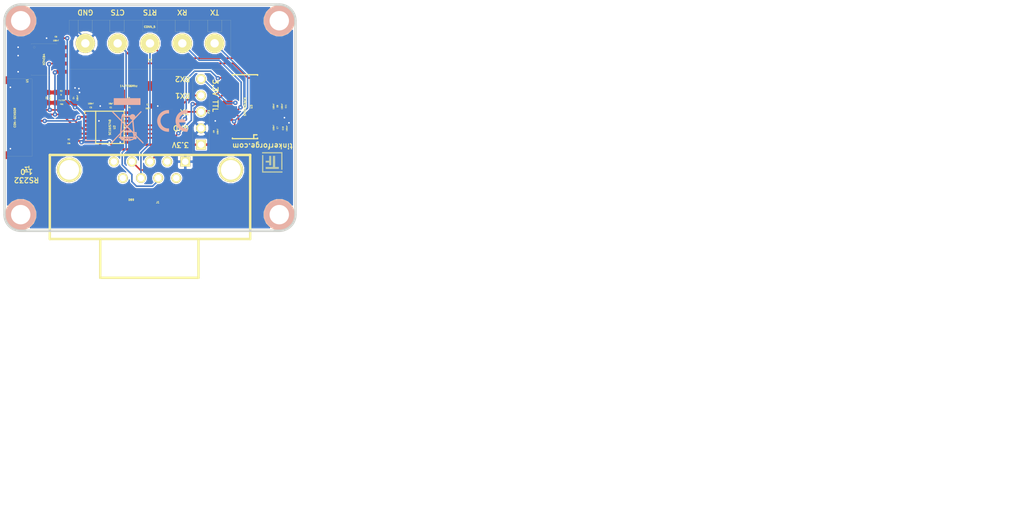
<source format=kicad_pcb>
(kicad_pcb (version 4) (host pcbnew "(2015-03-18 BZR 5525)-product")
  (title_block (title "Serial Bricklet") (date "5 mar 2015") (rev 1.0) (company "Tinkerforge GmbH") (comment 1 "Licensed under CERN OHL v.1.1") (comment 2 "Copyright (©) 2015, B.Nordmeyer <bastian@tinkerforge.com>"))
  (layers (0 Vorderseite signal) (31 Rückseite signal hide) (34 B.Paste user) (35 F.Paste user) (36 B.SilkS user) (37 F.SilkS user) (38 B.Mask user) (39 F.Mask user) (44 Edge.Cuts user))
  (net 0 "")
  (net 1 GND)
  (net 2 SCL)
  (net 3 SDA)
  (net 4 VCC)
  (net 5 "Net-(C1-Pad2)")
  (net 6 "Net-(C2-Pad2)")
  (net 7 "Net-(C3-Pad1)")
  (net 8 "Net-(C3-Pad2)")
  (net 9 "Net-(C7-Pad1)")
  (net 10 "Net-(C7-Pad2)")
  (net 11 "Net-(C8-Pad1)")
  (net 12 "Net-(C8-Pad2)")
  (net 13 "Net-(C10-Pad2)")
  (net 14 "Net-(C11-Pad2)")
  (net 15 "Net-(J1-Pad2)")
  (net 16 "Net-(J1-Pad3)")
  (net 17 "Net-(J1-Pad4)")
  (net 18 "Net-(J1-Pad5)")
  (net 19 "Net-(J1-Pad6)")
  (net 20 "Net-(J1-Pad7)")
  (net 21 "Net-(J1-Pad8)")
  (net 22 "Net-(J1-Pad9)")
  (net 23 "Net-(P1-Pad1)")
  (net 24 "Net-(P1-Pad6)")
  (net 25 "Net-(P1-Pad7)")
  (net 26 "Net-(P1-Pad8)")
  (net 27 "Net-(P1-Pad9)")
  (net 28 "Net-(P1-Pad10)")
  (net 29 "Net-(P3-Pad3)")
  (net 30 "Net-(P3-Pad4)")
  (net 31 "Net-(P3-Pad5)")
  (net 32 "Net-(U1-Pad7)")
  (net 33 "Net-(U2-Pad4)")
  (net 34 "Net-(U2-Pad10)")
  (net 35 "Net-(U2-Pad11)")
  (module 0603 (layer Vorderseite) (at 141.7 98.8)
    (fp_text reference C1 (at 0.05 0.225) (layer F.SilkS) (effects (font (size 0.2 0.2) (thickness 0.05))))
    (fp_text value 18pF (at 0.05 -0.375) (layer F.SilkS) (effects (font (size 0.2 0.2) (thickness 0.05))))
    (pad 1 smd rect (at -0.8001 0) (size 0.8001 0.8001) (layers Vorderseite F.Paste F.Mask) (net 1 GND))
    (pad 2 smd rect (at 0.8001 0) (size 0.8001 0.8001) (layers Vorderseite F.Paste F.Mask) (net 5 "Net-(C1-Pad2)"))
  )
  (module 0603 (layer Vorderseite) (at 147.5 98.8 180)
    (fp_text reference C2 (at 0.05 0.225 180) (layer F.SilkS) (effects (font (size 0.2 0.2) (thickness 0.05))))
    (fp_text value 18pF (at 0.05 -0.375 180) (layer F.SilkS) (effects (font (size 0.2 0.2) (thickness 0.05))))
    (pad 1 smd rect (at -0.8001 0 180) (size 0.8001 0.8001) (layers Vorderseite F.Paste F.Mask) (net 1 GND))
    (pad 2 smd rect (at 0.8001 0 180) (size 0.8001 0.8001) (layers Vorderseite F.Paste F.Mask) (net 6 "Net-(C2-Pad2)"))
  )
  (module 0603 (layer Vorderseite) (at 132 97.5 270)
    (fp_text reference C3 (at 0.05 0.225 270) (layer F.SilkS) (effects (font (size 0.2 0.2) (thickness 0.05))))
    (fp_text value 100nF (at 0.05 -0.375 270) (layer F.SilkS) (effects (font (size 0.2 0.2) (thickness 0.05))))
    (pad 1 smd rect (at -0.8001 0 270) (size 0.8001 0.8001) (layers Vorderseite F.Paste F.Mask) (net 7 "Net-(C3-Pad1)"))
    (pad 2 smd rect (at 0.8001 0 270) (size 0.8001 0.8001) (layers Vorderseite F.Paste F.Mask) (net 8 "Net-(C3-Pad2)"))
  )
  (module 0603 (layer Vorderseite) (at 136.2 97.5 270)
    (fp_text reference C4 (at 0.05 0.225 270) (layer F.SilkS) (effects (font (size 0.2 0.2) (thickness 0.05))))
    (fp_text value 100nF (at 0.05 -0.375 270) (layer F.SilkS) (effects (font (size 0.2 0.2) (thickness 0.05))))
    (pad 1 smd rect (at -0.8001 0 270) (size 0.8001 0.8001) (layers Vorderseite F.Paste F.Mask) (net 1 GND))
    (pad 2 smd rect (at 0.8001 0 270) (size 0.8001 0.8001) (layers Vorderseite F.Paste F.Mask) (net 4 VCC))
  )
  (module 0603 (layer Vorderseite) (at 138.6 98.8)
    (fp_text reference C5 (at 0.05 0.225) (layer F.SilkS) (effects (font (size 0.2 0.2) (thickness 0.05))))
    (fp_text value 100nF (at 0.05 -0.375) (layer F.SilkS) (effects (font (size 0.2 0.2) (thickness 0.05))))
    (pad 1 smd rect (at -0.8001 0) (size 0.8001 0.8001) (layers Vorderseite F.Paste F.Mask) (net 4 VCC))
    (pad 2 smd rect (at 0.8001 0) (size 0.8001 0.8001) (layers Vorderseite F.Paste F.Mask) (net 1 GND))
  )
  (module 0603 (layer Vorderseite) (at 133.3 88.3 180)
    (fp_text reference C6 (at 0.05 0.225 180) (layer F.SilkS) (effects (font (size 0.2 0.2) (thickness 0.05))))
    (fp_text value 100nF (at 0.05 -0.375 180) (layer F.SilkS) (effects (font (size 0.2 0.2) (thickness 0.05))))
    (pad 1 smd rect (at -0.8001 0 180) (size 0.8001 0.8001) (layers Vorderseite F.Paste F.Mask) (net 4 VCC))
    (pad 2 smd rect (at 0.8001 0 180) (size 0.8001 0.8001) (layers Vorderseite F.Paste F.Mask) (net 1 GND))
  )
  (module 0603 (layer Vorderseite) (at 167.3 102.2 90)
    (fp_text reference C7 (at 0.05 0.225 90) (layer F.SilkS) (effects (font (size 0.2 0.2) (thickness 0.05))))
    (fp_text value 100nF (at 0.05 -0.375 90) (layer F.SilkS) (effects (font (size 0.2 0.2) (thickness 0.05))))
    (pad 1 smd rect (at -0.8001 0 90) (size 0.8001 0.8001) (layers Vorderseite F.Paste F.Mask) (net 9 "Net-(C7-Pad1)"))
    (pad 2 smd rect (at 0.8001 0 90) (size 0.8001 0.8001) (layers Vorderseite F.Paste F.Mask) (net 10 "Net-(C7-Pad2)"))
  )
  (module 0603 (layer Vorderseite) (at 167.3 98.9 90)
    (fp_text reference C8 (at 0.05 0.225 90) (layer F.SilkS) (effects (font (size 0.2 0.2) (thickness 0.05))))
    (fp_text value 100nF (at 0.05 -0.375 90) (layer F.SilkS) (effects (font (size 0.2 0.2) (thickness 0.05))))
    (pad 1 smd rect (at -0.8001 0 90) (size 0.8001 0.8001) (layers Vorderseite F.Paste F.Mask) (net 11 "Net-(C8-Pad1)"))
    (pad 2 smd rect (at 0.8001 0 90) (size 0.8001 0.8001) (layers Vorderseite F.Paste F.Mask) (net 12 "Net-(C8-Pad2)"))
  )
  (module 0603 (layer Vorderseite) (at 157.9 102.7 270)
    (fp_text reference C9 (at 0.05 0.225 270) (layer F.SilkS) (effects (font (size 0.2 0.2) (thickness 0.05))))
    (fp_text value 100nF (at 0.05 -0.375 270) (layer F.SilkS) (effects (font (size 0.2 0.2) (thickness 0.05))))
    (pad 1 smd rect (at -0.8001 0 270) (size 0.8001 0.8001) (layers Vorderseite F.Paste F.Mask) (net 1 GND))
    (pad 2 smd rect (at 0.8001 0 270) (size 0.8001 0.8001) (layers Vorderseite F.Paste F.Mask) (net 4 VCC))
  )
  (module 0603 (layer Vorderseite) (at 168.6 102.2 270)
    (fp_text reference C10 (at 0.05 0.225 270) (layer F.SilkS) (effects (font (size 0.2 0.2) (thickness 0.05))))
    (fp_text value 100nF (at 0.05 -0.375 270) (layer F.SilkS) (effects (font (size 0.2 0.2) (thickness 0.05))))
    (pad 1 smd rect (at -0.8001 0 270) (size 0.8001 0.8001) (layers Vorderseite F.Paste F.Mask) (net 1 GND))
    (pad 2 smd rect (at 0.8001 0 270) (size 0.8001 0.8001) (layers Vorderseite F.Paste F.Mask) (net 13 "Net-(C10-Pad2)"))
  )
  (module 0603 (layer Vorderseite) (at 168.6 98.9 90)
    (fp_text reference C11 (at 0.05 0.225 90) (layer F.SilkS) (effects (font (size 0.2 0.2) (thickness 0.05))))
    (fp_text value 100nF (at 0.05 -0.375 90) (layer F.SilkS) (effects (font (size 0.2 0.2) (thickness 0.05))))
    (pad 1 smd rect (at -0.8001 0 90) (size 0.8001 0.8001) (layers Vorderseite F.Paste F.Mask) (net 1 GND))
    (pad 2 smd rect (at 0.8001 0 90) (size 0.8001 0.8001) (layers Vorderseite F.Paste F.Mask) (net 14 "Net-(C11-Pad2)"))
  )
  (module 0603 (layer Vorderseite) (at 134.1 98.3)
    (fp_text reference FB1 (at 0.05 0.225) (layer F.SilkS) (effects (font (size 0.2 0.2) (thickness 0.05))))
    (fp_text value FILTER (at 0.05 -0.375) (layer F.SilkS) (effects (font (size 0.2 0.2) (thickness 0.05))))
    (pad 1 smd rect (at -0.8001 0) (size 0.8001 0.8001) (layers Vorderseite F.Paste F.Mask) (net 8 "Net-(C3-Pad2)"))
    (pad 2 smd rect (at 0.8001 0) (size 0.8001 0.8001) (layers Vorderseite F.Paste F.Mask) (net 4 VCC))
  )
  (module CON-SENSOR (layer Vorderseite) (at 125.3 100.6 270)
    (fp_text reference P1 (at 7.9502 -3.50012 270) (layer F.SilkS) (effects (font (size 0.59944 0.59944) (thickness 0.12446))))
    (fp_text value CON-SENSOR (at 0 -1.6002 270) (layer F.SilkS) (effects (font (size 0.29972 0.29972) (thickness 0.07112))))
    (pad 1 smd rect (at -4.50088 -4.7752 270) (size 0.59944 1.5494) (layers Vorderseite F.Paste F.Mask) (net 23 "Net-(P1-Pad1)"))
    (pad 2 smd rect (at -3.50012 -4.7752 270) (size 0.59944 1.5494) (layers Vorderseite F.Paste F.Mask) (net 7 "Net-(C3-Pad1)"))
    (pad 3 smd rect (at -2.49936 -4.7752 270) (size 0.59944 1.5494) (layers Vorderseite F.Paste F.Mask) (net 8 "Net-(C3-Pad2)"))
    (pad 4 smd rect (at -1.50114 -4.7752 270) (size 0.59944 1.5494) (layers Vorderseite F.Paste F.Mask) (net 2 SCL))
    (pad 5 smd rect (at -0.50038 -4.7752 270) (size 0.59944 1.5494) (layers Vorderseite F.Paste F.Mask) (net 3 SDA))
    (pad 6 smd rect (at 0.50038 -4.7752 270) (size 0.59944 1.5494) (layers Vorderseite F.Paste F.Mask) (net 24 "Net-(P1-Pad6)"))
    (pad 7 smd rect (at 1.50114 -4.7752 270) (size 0.59944 1.5494) (layers Vorderseite F.Paste F.Mask) (net 25 "Net-(P1-Pad7)"))
    (pad 8 smd rect (at 2.49936 -4.7752 270) (size 0.59944 1.5494) (layers Vorderseite F.Paste F.Mask) (net 26 "Net-(P1-Pad8)"))
    (pad 9 smd rect (at 3.50012 -4.7752 270) (size 0.59944 1.5494) (layers Vorderseite F.Paste F.Mask) (net 27 "Net-(P1-Pad9)"))
    (pad 10 smd rect (at 4.50088 -4.7752 270) (size 0.59944 1.5494) (layers Vorderseite F.Paste F.Mask) (net 28 "Net-(P1-Pad10)"))
    (pad EP smd rect (at -5.79882 -0.89916 270) (size 1.19888 1.80086) (layers Vorderseite F.Paste F.Mask) (net 1 GND))
    (pad EP smd rect (at 5.79882 -0.89916 270) (size 1.19888 1.80086) (layers Vorderseite F.Paste F.Mask) (net 1 GND))
  )
  (module AKL_5_5 (layer Vorderseite) (at 147.8 89.1)
    (fp_text reference P2 (at 0 2.60096) (layer F.SilkS) (effects (font (size 0.3 0.3) (thickness 0.075))))
    (fp_text value CONN_5 (at -0.0508 -2.55016) (layer F.SilkS) (effects (font (size 0.29972 0.29972) (thickness 0.07493))))
    (pad 2 thru_hole circle (at -5 0) (size 2.99974 2.99974) (drill 1.30048) (layers *.Cu *.Mask F.SilkS) (net 20 "Net-(J1-Pad7)"))
    (pad 3 thru_hole circle (at 0 0) (size 2.99974 2.99974) (drill 1.30048) (layers *.Cu *.Mask F.SilkS) (net 21 "Net-(J1-Pad8)"))
    (pad 4 thru_hole circle (at 5 0) (size 2.99974 2.99974) (drill 1.30048) (layers *.Cu *.Mask F.SilkS) (net 17 "Net-(J1-Pad4)"))
    (pad 5 thru_hole circle (at 10 0) (size 2.99974 2.99974) (drill 1.30048) (layers *.Cu *.Mask F.SilkS) (net 16 "Net-(J1-Pad3)"))
    (pad 1 thru_hole circle (at -10 0) (size 2.99974 2.99974) (drill 1.30048) (layers *.Cu *.Mask F.SilkS) (net 1 GND))
  )
  (module 0603 (layer Vorderseite) (at 144.6 98.8)
    (fp_text reference R1 (at 0.05 0.225) (layer F.SilkS) (effects (font (size 0.2 0.2) (thickness 0.05))))
    (fp_text value 1M (at 0.05 -0.375) (layer F.SilkS) (effects (font (size 0.2 0.2) (thickness 0.05))))
    (pad 1 smd rect (at -0.8001 0) (size 0.8001 0.8001) (layers Vorderseite F.Paste F.Mask) (net 5 "Net-(C1-Pad2)"))
    (pad 2 smd rect (at 0.8001 0) (size 0.8001 0.8001) (layers Vorderseite F.Paste F.Mask) (net 6 "Net-(C2-Pad2)"))
  )
  (module 0603 (layer Vorderseite) (at 135.3 104.2 180)
    (fp_text reference R2 (at 0.05 0.225 180) (layer F.SilkS) (effects (font (size 0.2 0.2) (thickness 0.05))))
    (fp_text value 10k (at 0.05 -0.375 180) (layer F.SilkS) (effects (font (size 0.2 0.2) (thickness 0.05))))
    (pad 1 smd rect (at -0.8001 0 180) (size 0.8001 0.8001) (layers Vorderseite F.Paste F.Mask) (net 4 VCC))
    (pad 2 smd rect (at 0.8001 0 180) (size 0.8001 0.8001) (layers Vorderseite F.Paste F.Mask) (net 26 "Net-(P1-Pad8)"))
  )
  (module 0603 (layer Vorderseite) (at 134.1 96.7 180)
    (fp_text reference R3 (at 0.05 0.225 180) (layer F.SilkS) (effects (font (size 0.2 0.2) (thickness 0.05))))
    (fp_text value 0 (at 0.05 -0.375 180) (layer F.SilkS) (effects (font (size 0.2 0.2) (thickness 0.05))))
    (pad 1 smd rect (at -0.8001 0 180) (size 0.8001 0.8001) (layers Vorderseite F.Paste F.Mask) (net 1 GND))
    (pad 2 smd rect (at 0.8001 0 180) (size 0.8001 0.8001) (layers Vorderseite F.Paste F.Mask) (net 7 "Net-(C3-Pad1)"))
  )
  (module SOIC8 (layer Vorderseite) (at 131.4 91.6 270)
    (fp_text reference U1 (at 3.29946 2.60096 270) (layer F.SilkS) (effects (font (size 0.29972 0.29972) (thickness 0.0762))))
    (fp_text value M24C64 (at 0 0 270) (layer F.SilkS) (effects (font (size 0.29972 0.29972) (thickness 0.0762))))
    (pad 1 smd rect (at -1.90246 2.69748 90) (size 0.59944 1.5494) (layers Vorderseite F.Paste F.Mask) (net 1 GND))
    (pad 2 smd rect (at -0.63246 2.69748 90) (size 0.59944 1.5494) (layers Vorderseite F.Paste F.Mask) (net 1 GND))
    (pad 3 smd rect (at 0.63246 2.69748 90) (size 0.59944 1.5494) (layers Vorderseite F.Paste F.Mask) (net 24 "Net-(P1-Pad6)"))
    (pad 4 smd rect (at 1.90246 2.69748 90) (size 0.59944 1.5494) (layers Vorderseite F.Paste F.Mask) (net 1 GND))
    (pad 5 smd rect (at 1.90246 -2.69748 270) (size 0.59944 1.5494) (layers Vorderseite F.Paste F.Mask) (net 3 SDA))
    (pad 6 smd rect (at 0.63246 -2.69748 270) (size 0.59944 1.5494) (layers Vorderseite F.Paste F.Mask) (net 2 SCL))
    (pad 7 smd rect (at -0.63246 -2.69748 270) (size 0.59944 1.5494) (layers Vorderseite F.Paste F.Mask) (net 32 "Net-(U1-Pad7)"))
    (pad 8 smd rect (at -1.90246 -2.69748 270) (size 0.59944 1.5494) (layers Vorderseite F.Paste F.Mask) (net 4 VCC))
  )
  (module TSSOP16 (layer Vorderseite) (at 141.6 102.1 270)
    (fp_text reference U2 (at 0 -0.7 270) (layer F.SilkS) (effects (font (size 0.3 0.3) (thickness 0.075))))
    (fp_text value SC16IS740 (at 0 0 270) (layer F.SilkS) (effects (font (size 0.3 0.3) (thickness 0.075))))
    (pad 1 smd rect (at -2.2733 2.97434 90) (size 0.4191 1.778) (layers Vorderseite F.Paste F.Mask) (net 4 VCC))
    (pad 2 smd rect (at -1.62306 2.97434 90) (size 0.4191 1.778) (layers Vorderseite F.Paste F.Mask) (net 24 "Net-(P1-Pad6)"))
    (pad 3 smd rect (at -0.97282 2.97434 90) (size 0.4191 1.778) (layers Vorderseite F.Paste F.Mask) (net 1 GND))
    (pad 4 smd rect (at -0.32258 2.97434 90) (size 0.4191 1.778) (layers Vorderseite F.Paste F.Mask) (net 33 "Net-(U2-Pad4)"))
    (pad 5 smd rect (at 0.32258 2.97434 90) (size 0.4191 1.778) (layers Vorderseite F.Paste F.Mask) (net 2 SCL))
    (pad 6 smd rect (at 0.97282 2.97434 90) (size 0.4191 1.778) (layers Vorderseite F.Paste F.Mask) (net 3 SDA))
    (pad 7 smd rect (at 1.62306 2.97434 90) (size 0.4191 1.778) (layers Vorderseite F.Paste F.Mask) (net 25 "Net-(P1-Pad7)"))
    (pad 8 smd rect (at 2.2733 2.97434 90) (size 0.4191 1.778) (layers Vorderseite F.Paste F.Mask) (net 4 VCC))
    (pad 9 smd rect (at 2.2733 -2.97434 270) (size 0.4191 1.778) (layers Vorderseite F.Paste F.Mask) (net 1 GND))
    (pad 10 smd rect (at 1.62306 -2.97434 270) (size 0.4191 1.778) (layers Vorderseite F.Paste F.Mask) (net 34 "Net-(U2-Pad10)"))
    (pad 11 smd rect (at 0.97282 -2.97434 270) (size 0.4191 1.778) (layers Vorderseite F.Paste F.Mask) (net 35 "Net-(U2-Pad11)"))
    (pad 12 smd rect (at 0.32258 -2.97434 270) (size 0.4191 1.778) (layers Vorderseite F.Paste F.Mask) (net 29 "Net-(P3-Pad3)"))
    (pad 13 smd rect (at -0.32258 -2.97434 270) (size 0.4191 1.778) (layers Vorderseite F.Paste F.Mask) (net 30 "Net-(P3-Pad4)"))
    (pad 14 smd rect (at -0.97282 -2.97434 270) (size 0.4191 1.778) (layers Vorderseite F.Paste F.Mask) (net 26 "Net-(P1-Pad8)"))
    (pad 15 smd rect (at -1.62306 -2.97434 270) (size 0.4191 1.778) (layers Vorderseite F.Paste F.Mask) (net 5 "Net-(C1-Pad2)"))
    (pad 16 smd rect (at -2.2733 -2.97434 270) (size 0.4191 1.778) (layers Vorderseite F.Paste F.Mask) (net 6 "Net-(C2-Pad2)"))
  )
  (module SOIC16 (layer Vorderseite) (at 162.5 98.9 90)
    (fp_text reference U3 (at 0 1 90) (layer F.SilkS) (effects (font (size 0.3 0.3) (thickness 0.075))))
    (fp_text value SP3232EBCN (at 0 0 90) (layer F.SilkS) (effects (font (size 0.29972 0.29972) (thickness 0.07112))))
    (pad 1 smd rect (at -4.44246 2.69748 270) (size 0.59944 1.4986) (layers Vorderseite F.Paste F.Mask) (net 9 "Net-(C7-Pad1)"))
    (pad 2 smd rect (at -3.17246 2.69748 270) (size 0.59944 1.4986) (layers Vorderseite F.Paste F.Mask) (net 13 "Net-(C10-Pad2)"))
    (pad 3 smd rect (at -1.90246 2.69748 270) (size 0.59944 1.4986) (layers Vorderseite F.Paste F.Mask) (net 10 "Net-(C7-Pad2)"))
    (pad 4 smd rect (at -0.63246 2.69748 270) (size 0.59944 1.4986) (layers Vorderseite F.Paste F.Mask) (net 11 "Net-(C8-Pad1)"))
    (pad 5 smd rect (at 0.63246 2.69748 270) (size 0.59944 1.4986) (layers Vorderseite F.Paste F.Mask) (net 12 "Net-(C8-Pad2)"))
    (pad 6 smd rect (at 1.90246 2.69748 270) (size 0.59944 1.4986) (layers Vorderseite F.Paste F.Mask) (net 14 "Net-(C11-Pad2)"))
    (pad 7 smd rect (at 3.17246 2.69748 270) (size 0.59944 1.4986) (layers Vorderseite F.Paste F.Mask) (net 21 "Net-(J1-Pad8)"))
    (pad 8 smd rect (at 4.44246 2.69748 270) (size 0.59944 1.4986) (layers Vorderseite F.Paste F.Mask) (net 20 "Net-(J1-Pad7)"))
    (pad 9 smd rect (at 4.44246 -2.69748 90) (size 0.59944 1.4986) (layers Vorderseite F.Paste F.Mask) (net 35 "Net-(U2-Pad11)"))
    (pad 10 smd rect (at 3.17246 -2.69748 90) (size 0.59944 1.4986) (layers Vorderseite F.Paste F.Mask) (net 34 "Net-(U2-Pad10)"))
    (pad 11 smd rect (at 1.90246 -2.69748 90) (size 0.59944 1.4986) (layers Vorderseite F.Paste F.Mask) (net 29 "Net-(P3-Pad3)"))
    (pad 12 smd rect (at 0.63246 -2.69748 90) (size 0.59944 1.4986) (layers Vorderseite F.Paste F.Mask) (net 31 "Net-(P3-Pad5)"))
    (pad 13 smd rect (at -0.63246 -2.69748 90) (size 0.59944 1.4986) (layers Vorderseite F.Paste F.Mask) (net 17 "Net-(J1-Pad4)"))
    (pad 14 smd rect (at -1.90246 -2.69748 90) (size 0.59944 1.4986) (layers Vorderseite F.Paste F.Mask) (net 16 "Net-(J1-Pad3)"))
    (pad 15 smd rect (at -3.17246 -2.69748 90) (size 0.59944 1.4986) (layers Vorderseite F.Paste F.Mask) (net 1 GND))
    (pad 16 smd rect (at -4.44246 -2.69748 90) (size 0.59944 1.4986) (layers Vorderseite F.Paste F.Mask) (net 4 VCC))
  )
  (module DRILL_NP (layer Vorderseite) (at 167.8 115.6 90)
    (fp_text reference U4 hide)
    (fp_text value DRILL hide)
    (pad "" np_thru_hole circle (at 0 0 90) (size 2.99974 2.99974) (drill 2.99974) (layers *.Cu *.Mask F.SilkS) (clearance 0.89916))
  )
  (module DRILL_NP (layer Vorderseite) (at 167.8 85.6)
    (fp_text reference U5 hide)
    (fp_text value DRILL hide)
    (pad "" np_thru_hole circle (at 0 0) (size 2.99974 2.99974) (drill 2.99974) (layers *.Cu *.Mask F.SilkS) (clearance 0.89916))
  )
  (module DRILL_NP (layer Vorderseite) (at 127.8 115.6 90)
    (fp_text reference U6 hide)
    (fp_text value DRILL hide)
    (pad "" np_thru_hole circle (at 0 0 90) (size 2.99974 2.99974) (drill 2.99974) (layers *.Cu *.Mask F.SilkS) (clearance 0.89916))
  )
  (module DRILL_NP (layer Vorderseite) (at 127.8 85.6)
    (fp_text reference U7 hide)
    (fp_text value DRILL hide)
    (pad "" np_thru_hole circle (at 0 0) (size 2.99974 2.99974) (drill 2.99974) (layers *.Cu *.Mask F.SilkS) (clearance 0.89916))
  )
  (module HC49_US (layer Vorderseite) (at 144.5 95.7 180)
    (fp_text reference X1 (at 0 -1.89992 180) (layer F.SilkS) (effects (font (size 0.29972 0.29972) (thickness 0.0762))))
    (fp_text value 14.7456Mhz (at 0 0 180) (layer F.SilkS) (effects (font (size 0.29972 0.29972) (thickness 0.0762))))
    (pad 1 smd rect (at -4.24942 0 180) (size 5.4991 1.50114) (layers Vorderseite F.Paste F.Mask) (net 6 "Net-(C2-Pad2)"))
    (pad 2 smd rect (at 4.24942 0 180) (size 5.4991 1.50114) (layers Vorderseite F.Paste F.Mask) (net 5 "Net-(C1-Pad2)"))
  )
  (module pin_array_5x1 (layer Vorderseite) (at 155.7 99.7 90)
    (fp_text reference P3 (at 0 1.2 90) (layer F.SilkS) (effects (font (size 0.3 0.3) (thickness 0.075))))
    (fp_text value CONN_5 hide)
    (pad 1 thru_hole rect (at -5.08 0 90) (size 1.524 1.524) (drill 1.016) (layers *.Cu *.Mask F.SilkS) (net 4 VCC))
    (pad 2 thru_hole circle (at -2.54 0 90) (size 1.524 1.524) (drill 1.016) (layers *.Cu *.Mask F.SilkS) (net 1 GND))
    (pad 3 thru_hole circle (at 0 0 90) (size 1.524 1.524) (drill 1.016) (layers *.Cu *.Mask F.SilkS) (net 29 "Net-(P3-Pad3)"))
    (pad 4 thru_hole circle (at 2.54 0 90) (size 1.524 1.524) (drill 1.016) (layers *.Cu *.Mask F.SilkS) (net 30 "Net-(P3-Pad4)"))
    (pad 5 thru_hole circle (at 5.08 0 90) (size 1.524 1.524) (drill 1.016) (layers *.Cu *.Mask F.SilkS) (net 31 "Net-(P3-Pad5)"))
  )
  (module SUB09-EU (layer Vorderseite) (at 147.8 107.4 180)
    (fp_text reference J1 (at -1.2 -6.3 180) (layer F.SilkS) (effects (font (size 0.3 0.3) (thickness 0.075))))
    (fp_text value DB9 (at 2.9 -5.9 180) (layer F.SilkS) (effects (font (size 0.3 0.3) (thickness 0.075))))
    (pad "" thru_hole circle (at 12.49934 -1.27 180) (size 3.81 3.81) (drill 3.048) (layers *.Cu *.Mask F.SilkS))
    (pad "" thru_hole circle (at -12.49934 -1.27 180) (size 3.81 3.81) (drill 3.048) (layers *.Cu *.Mask F.SilkS))
    (pad 1 thru_hole rect (at -5.461 0 180) (size 1.524 1.524) (drill 1.016) (layers *.Cu *.Mask F.SilkS) (net 1 GND))
    (pad 2 thru_hole circle (at -2.667 0 180) (size 1.524 1.524) (drill 1.016) (layers *.Cu *.Mask F.SilkS) (net 15 "Net-(J1-Pad2)"))
    (pad 3 thru_hole circle (at 0 0 180) (size 1.524 1.524) (drill 1.016) (layers *.Cu *.Mask F.SilkS) (net 16 "Net-(J1-Pad3)"))
    (pad 4 thru_hole circle (at 2.794 0 180) (size 1.524 1.524) (drill 1.016) (layers *.Cu *.Mask F.SilkS) (net 17 "Net-(J1-Pad4)"))
    (pad 5 thru_hole circle (at 5.588 0 180) (size 1.524 1.524) (drill 1.016) (layers *.Cu *.Mask F.SilkS) (net 18 "Net-(J1-Pad5)"))
    (pad 6 thru_hole circle (at -4.064 -2.54 180) (size 1.524 1.524) (drill 1.016) (layers *.Cu *.Mask F.SilkS) (net 19 "Net-(J1-Pad6)"))
    (pad 7 thru_hole circle (at -1.27 -2.54 180) (size 1.524 1.524) (drill 1.016) (layers *.Cu *.Mask F.SilkS) (net 20 "Net-(J1-Pad7)"))
    (pad 8 thru_hole circle (at 1.397 -2.54 180) (size 1.524 1.524) (drill 1.016) (layers *.Cu *.Mask F.SilkS) (net 21 "Net-(J1-Pad8)"))
    (pad 9 thru_hole circle (at 4.191 -2.54 180) (size 1.524 1.524) (drill 1.016) (layers *.Cu *.Mask F.SilkS) (net 22 "Net-(J1-Pad9)"))
  )
  (module Logo_31x31 (layer Vorderseite) (at 168.3 109.1 180)
    (fp_text reference G*** hide)
    (fp_text value Logo_31x31 hide)
  )
  (module Fiducial_Mark (layer Vorderseite) (at 132.8 85.6)
    (fp_text reference Fiducial_Mark hide)
    (fp_text value VAL** hide)
    (pad 1 smd circle (at 0 0) (size 1.00076 1.00076) (layers Vorderseite F.Mask) (clearance 0.65024))
  )
  (module Fiducial_Mark (layer Vorderseite) (at 167.8 110.6)
    (fp_text reference Fiducial_Mark hide)
    (fp_text value VAL** hide)
    (pad 1 smd circle (at 0 0) (size 1.00076 1.00076) (layers Vorderseite F.Mask) (clearance 0.65024))
  )
  (module Fiducial_Mark (layer Vorderseite) (at 162.8 85.6)
    (fp_text reference Fiducial_Mark hide)
    (fp_text value VAL** hide)
    (pad 1 smd circle (at 0 0) (size 1.00076 1.00076) (layers Vorderseite F.Mask) (clearance 0.65024))
  )
  (module WEEE_7mm (layer Rückseite) (at 144.3 101.1 180)
    (fp_text reference VAL hide)
    (fp_text value WEEE_7mm hide)
  )
  (module CE_5mm (layer Rückseite) (at 151.3 101.1)
    (fp_text reference VAL hide)
    (fp_text value CE_5mm hide)
  )
  (gr_text 3.3V (at 153.9 104.8 180) (layer F.SilkS) (effects (font (size 0.8 0.8)) (justify left)))
  (gr_text "3.3V TTL" (at 157.9 97.2 270) (layer F.SilkS) (effects (font (size 0.8 0.8))))
  (gr_text RX2 (at 154.1 94.6 180) (layer F.SilkS) (effects (font (size 0.8 0.8)) (justify left)))
  (gr_text RX1 (at 154.1 97.2 180) (layer F.SilkS) (effects (font (size 0.8 0.8)) (justify left)))
  (gr_text TX (at 153.9 99.7 180) (layer F.SilkS) (effects (font (size 0.8 0.8)) (justify left)))
  (gr_text GND (at 153.9 102.2 180) (layer F.SilkS) (effects (font (size 0.8 0.8)) (justify left)))
  (gr_text TX (at 157.8 84.3 180) (layer F.SilkS) (effects (font (size 0.8 0.8))))
  (gr_text RX (at 152.8 84.3 180) (layer F.SilkS) (effects (font (size 0.8 0.8))))
  (gr_text RTS (at 147.8 84.3 180) (layer F.SilkS) (effects (font (size 0.8 0.8))))
  (gr_text CTS (at 142.8 84.3 180) (layer F.SilkS) (effects (font (size 0.8 0.8))))
  (gr_text GND (at 137.8 84.3 180) (layer F.SilkS) (effects (font (size 0.8 0.8))))
  (gr_line (start 170.3 85.6) (end 170.3 115.6) (angle 90) (layer Edge.Cuts) (width 0.381))
  (gr_line (start 127.8 83.1) (end 167.8 83.1) (angle 90) (layer Edge.Cuts) (width 0.381))
  (gr_line (start 125.3 115.6) (end 125.3 85.6) (angle 90) (layer Edge.Cuts) (width 0.381))
  (gr_line (start 167.8 118.1) (end 127.8 118.1) (angle 90) (layer Edge.Cuts) (width 0.381))
  (gr_arc (start 167.8 115.6) (end 170.3 115.6) (angle 90) (layer Edge.Cuts) (width 0.381))
  (gr_arc (start 167.8 85.6) (end 167.8 83.1) (angle 90) (layer Edge.Cuts) (width 0.381))
  (gr_arc (start 127.8 85.6) (end 125.3 85.6) (angle 90) (layer Edge.Cuts) (width 0.381))
  (gr_arc (start 127.8 115.6) (end 127.8 118.1) (angle 90) (layer Edge.Cuts) (width 0.381))
  (gr_text tinkerforge.com (at 165.2 105 180) (layer F.SilkS) (effects (font (size 0.8001 0.8001) (thickness 0.14986))))
  (gr_text "RS232\n1.0" (at 128.7 109.6 180) (layer F.SilkS) (effects (font (size 0.8001 0.8001) (thickness 0.14986))))
  (segment (start 137.8 89.1) (end 137.8 88.4) (width 0.25) (layer Rückseite) (net 1))
  (segment (start 137.8 88.4) (end 136.7 87.3) (width 0.25) (layer Rückseite) (net 1))
  (segment (start 136.7 87.3) (end 132.8 87.3) (width 0.25) (layer Rückseite) (net 1))
  (segment (start 132.8 87.3) (end 131.8 88.3) (width 0.25) (layer Rückseite) (net 1))
  (segment (start 153.261 107.4) (end 153.261 111.039) (width 0.25) (layer Rückseite) (net 1))
  (segment (start 140 106.2) (end 140.8 105.4) (width 0.25) (layer Rückseite) (net 1))
  (segment (start 140 109) (end 140 106.2) (width 0.25) (layer Rückseite) (net 1))
  (segment (start 143.7 112.7) (end 140 109) (width 0.25) (layer Rückseite) (net 1))
  (segment (start 151.6 112.7) (end 143.7 112.7) (width 0.25) (layer Rückseite) (net 1))
  (segment (start 153.261 111.039) (end 151.6 112.7) (width 0.25) (layer Rückseite) (net 1))
  (segment (start 153.261 107.4) (end 153.261 104.679) (width 0.25) (layer Rückseite) (net 1))
  (segment (start 153.261 104.679) (end 154.04 103.9) (width 0.25) (layer Rückseite) (net 1))
  (segment (start 149 98.8) (end 149 102.2) (width 0.25) (layer Rückseite) (net 1))
  (via (at 149 98.8) (size 0.70104) (layers Vorderseite Rückseite) (net 1))
  (segment (start 148.3001 98.8) (end 149 98.8) (width 0.25) (layer Vorderseite) (net 1))
  (segment (start 154.04 103.9) (end 155.7 102.24) (width 0.25) (layer Rückseite) (net 1))
  (segment (start 150.7 103.9) (end 154.04 103.9) (width 0.25) (layer Rückseite) (net 1))
  (segment (start 149 102.2) (end 150.7 103.9) (width 0.25) (layer Rückseite) (net 1))
  (segment (start 157.9 101.1) (end 156.84 101.1) (width 0.25) (layer Rückseite) (net 1))
  (segment (start 156.84 101.1) (end 155.7 102.24) (width 0.25) (layer Rückseite) (net 1))
  (segment (start 168.6 100.6) (end 168.6 100.9) (width 0.25) (layer Rückseite) (net 1))
  (segment (start 158.8 102) (end 157.9 101.1) (width 0.25) (layer Rückseite) (net 1))
  (segment (start 167.5 102) (end 158.8 102) (width 0.25) (layer Rückseite) (net 1))
  (segment (start 168.6 100.9) (end 167.5 102) (width 0.25) (layer Rückseite) (net 1))
  (segment (start 140.1 98.8) (end 139 98.8) (width 0.249) (layer Rückseite) (net 1))
  (segment (start 136.8999 96.6999) (end 136.9 96.7) (width 0.59944) (layer Vorderseite) (net 1))
  (via (at 136.9 96.7) (size 0.70104) (layers Vorderseite Rückseite) (net 1))
  (segment (start 136.8999 96.6999) (end 136.2 96.6999) (width 0.59944) (layer Vorderseite) (net 1))
  (segment (start 139 98.8) (end 136.9 96.7) (width 0.249) (layer Rückseite) (net 1))
  (segment (start 139.9 101.1) (end 139.9 99) (width 0.249) (layer Rückseite) (net 1))
  (via (at 140.1 98.8) (size 0.70104) (layers Vorderseite Rückseite) (net 1))
  (segment (start 139.9 99) (end 140.1 98.8) (width 0.249) (layer Rückseite) (net 1))
  (segment (start 143.2 104.4) (end 139.9 101.1) (width 0.249) (layer Rückseite) (net 1))
  (segment (start 139.87282 101.12718) (end 139.9 101.1) (width 0.25) (layer Vorderseite) (net 1))
  (via (at 139.9 101.1) (size 0.70104) (layers Vorderseite Rückseite) (net 1))
  (segment (start 139.87282 101.12718) (end 138.62566 101.12718) (width 0.25) (layer Vorderseite) (net 1))
  (segment (start 142.212 105.388) (end 143.2 104.4) (width 0.249) (layer Rückseite) (net 1))
  (segment (start 140.8 105.4) (end 142.2 105.4) (width 0.249) (layer Rückseite) (net 1))
  (segment (start 142.2 105.4) (end 142.212 105.388) (width 0.249) (layer Rückseite) (net 1))
  (segment (start 143.2267 104.3733) (end 144.57434 104.3733) (width 0.5) (layer Vorderseite) (net 1))
  (via (at 143.2 104.4) (size 0.70104) (layers Vorderseite Rückseite) (net 1))
  (segment (start 143.2267 104.3733) (end 143.2 104.4) (width 0.5) (layer Vorderseite) (net 1))
  (via (at 168.6 100.6) (size 0.70104) (layers Vorderseite Rückseite) (net 1))
  (via (at 157.9 101.1) (size 0.70104) (layers Vorderseite Rückseite) (net 1))
  (segment (start 157.9 101.8999) (end 157.9 101.1) (width 0.5) (layer Vorderseite) (net 1))
  (segment (start 140.8999 98.8) (end 140.1 98.8) (width 0.249) (layer Vorderseite) (net 1))
  (segment (start 140.1 98.8) (end 139.4001 98.8) (width 0.249) (layer Vorderseite) (net 1))
  (segment (start 159.80252 102.07246) (end 158.72754 102.07246) (width 0.5) (layer Vorderseite) (net 1))
  (segment (start 158.55498 101.8999) (end 157.9 101.8999) (width 0.5) (layer Vorderseite) (net 1))
  (segment (start 158.72754 102.07246) (end 158.55498 101.8999) (width 0.5) (layer Vorderseite) (net 1))
  (segment (start 168.6 101.3999) (end 169.2999 101.3999) (width 0.59944) (layer Vorderseite) (net 1))
  (via (at 169.3 101.4) (size 0.70104) (layers Vorderseite Rückseite) (net 1))
  (segment (start 169.2999 101.3999) (end 169.3 101.4) (width 0.59944) (layer Vorderseite) (net 1))
  (segment (start 168.6 99.7001) (end 168.6 100.6) (width 0.59944) (layer Vorderseite) (net 1))
  (segment (start 168.6 100.6) (end 168.6 101.3999) (width 0.59944) (layer Vorderseite) (net 1))
  (segment (start 136.2 96.6999) (end 136.2 96) (width 0.59944) (layer Vorderseite) (net 1))
  (via (at 136.2 96) (size 0.70104) (layers Vorderseite Rückseite) (net 1))
  (segment (start 134.9001 96.7) (end 136.1999 96.7) (width 0.59944) (layer Vorderseite) (net 1))
  (segment (start 136.1999 96.7) (end 136.2 96.6999) (width 0.59944) (layer Vorderseite) (net 1))
  (segment (start 128.8 88.3) (end 127.4 89.7) (width 0.249) (layer Rückseite) (net 1))
  (segment (start 131.8 88.3) (end 132.4999 88.3) (width 0.249) (layer Vorderseite) (net 1))
  (via (at 131.8 88.3) (size 0.70104) (layers Vorderseite Rückseite) (net 1))
  (segment (start 128.70252 89.69754) (end 127.40246 89.69754) (width 0.249) (layer Vorderseite) (net 1))
  (via (at 127.4 89.7) (size 0.70104) (layers Vorderseite Rückseite) (net 1))
  (segment (start 127.40246 89.69754) (end 127.4 89.7) (width 0.249) (layer Vorderseite) (net 1))
  (segment (start 131.8 88.3) (end 128.8 88.3) (width 0.249) (layer Rückseite) (net 1))
  (segment (start 127.43246 90.96754) (end 128.70252 90.96754) (width 0.249) (layer Vorderseite) (net 1))
  (via (at 127.4 91) (size 0.70104) (layers Vorderseite Rückseite) (net 1))
  (segment (start 127.43246 90.96754) (end 127.4 91) (width 0.249) (layer Vorderseite) (net 1))
  (segment (start 127.4 89.7) (end 127.4 91) (width 0.249) (layer Rückseite) (net 1))
  (via (at 127.4 93.5) (size 0.70104) (layers Vorderseite Rückseite) (net 1))
  (segment (start 127.40246 93.50246) (end 128.70252 93.50246) (width 0.249) (layer Vorderseite) (net 1))
  (segment (start 127.40246 93.50246) (end 127.4 93.5) (width 0.249) (layer Vorderseite) (net 1))
  (segment (start 126.6 92.7) (end 127.4 93.5) (width 0.249) (layer Rückseite) (net 1))
  (segment (start 126.6 91.5) (end 126.6 92.7) (width 0.249) (layer Rückseite) (net 1))
  (segment (start 127.1 91) (end 126.6 91.5) (width 0.249) (layer Rückseite) (net 1))
  (segment (start 127.4 91) (end 127.1 91) (width 0.249) (layer Rückseite) (net 1))
  (segment (start 126.19916 105.40084) (end 126.19916 106.39882) (width 0.249) (layer Vorderseite) (net 1))
  (via (at 126.2 105.4) (size 0.70104) (layers Vorderseite Rückseite) (net 1))
  (segment (start 126.19916 105.40084) (end 126.2 105.4) (width 0.249) (layer Vorderseite) (net 1))
  (segment (start 126.19916 94.80118) (end 126.19916 95.89916) (width 0.249) (layer Vorderseite) (net 1))
  (via (at 126.2 95.9) (size 0.70104) (layers Vorderseite Rückseite) (net 1))
  (segment (start 126.19916 95.89916) (end 126.2 95.9) (width 0.249) (layer Vorderseite) (net 1))
  (segment (start 126.2 105.4) (end 126.2 95.9) (width 0.249) (layer Rückseite) (net 1))
  (segment (start 126.2 94.7) (end 127.4 93.5) (width 0.249) (layer Rückseite) (net 1))
  (segment (start 126.2 95.9) (end 126.2 94.7) (width 0.249) (layer Rückseite) (net 1))
  (segment (start 126.2 105.4) (end 140.2 105.4) (width 0.249) (layer Rückseite) (net 1))
  (segment (start 140.2 105.4) (end 140.8 105.4) (width 0.249) (layer Rückseite) (net 1))
  (via (at 136.8 96.1) (size 0.70104) (layers Vorderseite Rückseite) (net 1))
  (segment (start 136.2001 96.6999) (end 136.8 96.1) (width 0.35052) (layer Vorderseite) (net 1))
  (segment (start 136.2 96.6999) (end 136.2001 96.6999) (width 0.35052) (layer Vorderseite) (net 1))
  (segment (start 138.62566 102.42258) (end 137.52258 102.42258) (width 0.25) (layer Vorderseite) (net 2))
  (segment (start 137.52258 102.42258) (end 134.5 99.4) (width 0.25) (layer Vorderseite) (net 2))
  (segment (start 131.6 99.4) (end 131.29886 99.09886) (width 0.249) (layer Vorderseite) (net 2))
  (segment (start 131.29886 99.09886) (end 130.0752 99.09886) (width 0.249) (layer Vorderseite) (net 2))
  (segment (start 132.3 99.4) (end 131.6 99.4) (width 0.249) (layer Vorderseite) (net 2))
  (segment (start 134.5 99.4) (end 132.3 99.4) (width 0.249) (layer Vorderseite) (net 2))
  (segment (start 132.2 99.3) (end 132.3 99.4) (width 0.249) (layer Rückseite) (net 2))
  (segment (start 132.2 99.3) (end 132.2 92.3) (width 0.249) (layer Rückseite) (net 2))
  (via (at 132.2 92.3) (size 0.70104) (layers Vorderseite Rückseite) (net 2))
  (segment (start 132.2 92.3) (end 132.26754 92.23246) (width 0.249) (layer Vorderseite) (net 2))
  (segment (start 134.09748 92.23246) (end 132.26754 92.23246) (width 0.249) (layer Vorderseite) (net 2))
  (via (at 132.3 99.4) (size 0.70104) (layers Vorderseite Rückseite) (net 2))
  (segment (start 133.1 100.09962) (end 134.19962 100.09962) (width 0.25) (layer Vorderseite) (net 3))
  (segment (start 130.0752 100.09962) (end 133.1 100.09962) (width 0.25) (layer Vorderseite) (net 3))
  (segment (start 137.17282 103.07282) (end 138.62566 103.07282) (width 0.25) (layer Vorderseite) (net 3))
  (segment (start 134.19962 100.09962) (end 137.17282 103.07282) (width 0.25) (layer Vorderseite) (net 3))
  (segment (start 133.1 96.3) (end 133.1 100.09962) (width 0.249) (layer Rückseite) (net 3))
  (segment (start 133.1 96.3) (end 133.1 93.6) (width 0.249) (layer Rückseite) (net 3))
  (via (at 133.1 93.6) (size 0.70104) (layers Vorderseite Rückseite) (net 3))
  (segment (start 133.1 93.6) (end 133.19754 93.50246) (width 0.249) (layer Vorderseite) (net 3))
  (segment (start 134.09748 93.50246) (end 133.19754 93.50246) (width 0.249) (layer Vorderseite) (net 3))
  (via (at 133.1 100.09962) (size 0.70104) (layers Vorderseite Rückseite) (net 3))
  (segment (start 155.7 104.78) (end 146.92 104.78) (width 0.35052) (layer Vorderseite) (net 4))
  (segment (start 146.92 104.78) (end 146.2 105.5) (width 0.35052) (layer Vorderseite) (net 4))
  (segment (start 155.7 104.78) (end 156.6201 104.78) (width 0.35052) (layer Vorderseite) (net 4))
  (segment (start 156.6201 104.78) (end 157.9 103.5001) (width 0.35052) (layer Vorderseite) (net 4))
  (segment (start 159.80252 103.34246) (end 159.15754 103.34246) (width 0.5) (layer Vorderseite) (net 4))
  (segment (start 159.15754 103.34246) (end 158.9999 103.5001) (width 0.5) (layer Vorderseite) (net 4))
  (segment (start 158.9999 103.5001) (end 157.9 103.5001) (width 0.5) (layer Vorderseite) (net 4))
  (via (at 136.2 99) (size 0.70104) (layers Vorderseite Rückseite) (net 4))
  (segment (start 136.2 98.3001) (end 136.2 99) (width 0.59944) (layer Vorderseite) (net 4))
  (via (at 137.2 104.4) (size 0.70104) (layers Vorderseite Rückseite) (net 4))
  (segment (start 137.6 100.1) (end 137.6 104) (width 0.35052) (layer Rückseite) (net 4))
  (segment (start 137.6 104) (end 137.2 104.4) (width 0.35052) (layer Rückseite) (net 4))
  (segment (start 136.2 99) (end 136.5 99) (width 0.25) (layer Rückseite) (net 4))
  (segment (start 136.5 99) (end 137.6 100.1) (width 0.35052) (layer Rückseite) (net 4))
  (segment (start 136.1001 104.2) (end 137 104.2) (width 0.25) (layer Vorderseite) (net 4))
  (segment (start 137 104.2) (end 137.2 104.4) (width 0.25) (layer Vorderseite) (net 4))
  (segment (start 137.2267 104.3733) (end 137.2 104.4) (width 0.25) (layer Vorderseite) (net 4))
  (segment (start 137.2267 104.3733) (end 138.62566 104.3733) (width 0.25) (layer Vorderseite) (net 4))
  (segment (start 138.62566 99.8267) (end 138.2267 99.8267) (width 0.25) (layer Vorderseite) (net 4))
  (segment (start 138.2267 99.8267) (end 137.7999 99.3999) (width 0.25) (layer Vorderseite) (net 4))
  (segment (start 137.7999 99.3999) (end 137.7999 98.8) (width 0.25) (layer Vorderseite) (net 4))
  (segment (start 137.7999 98.8) (end 137.7 98.8) (width 0.25) (layer Vorderseite) (net 4))
  (segment (start 137.7 98.8) (end 137.2001 98.3001) (width 0.35052) (layer Vorderseite) (net 4))
  (segment (start 137.2001 98.3001) (end 136.2 98.3001) (width 0.35052) (layer Vorderseite) (net 4))
  (segment (start 134.9001 98.3) (end 136.1999 98.3) (width 0.59944) (layer Vorderseite) (net 4))
  (segment (start 136.1999 98.3) (end 136.2 98.3001) (width 0.59944) (layer Vorderseite) (net 4))
  (segment (start 136.1 99) (end 135 97.9) (width 0.249) (layer Rückseite) (net 4))
  (segment (start 135 97.9) (end 135 88.3) (width 0.249) (layer Rückseite) (net 4))
  (via (at 135 88.3) (size 0.70104) (layers Vorderseite Rückseite) (net 4))
  (segment (start 136.2 99) (end 136.1 99) (width 0.249) (layer Rückseite) (net 4))
  (segment (start 142.6 105.5) (end 141.5 104.4) (width 0.35052) (layer Vorderseite) (net 4))
  (segment (start 146.2 105.5) (end 142.6 105.5) (width 0.35052) (layer Vorderseite) (net 4))
  (segment (start 141.5 104.4) (end 137.2 104.4) (width 0.35052) (layer Rückseite) (net 4))
  (via (at 141.5 104.4) (size 0.70104) (layers Vorderseite Rückseite) (net 4))
  (segment (start 134.09748 88.30262) (end 134.1001 88.3) (width 0.249) (layer Vorderseite) (net 4))
  (segment (start 134.09748 89.69754) (end 134.09748 88.30262) (width 0.249) (layer Vorderseite) (net 4))
  (segment (start 135 88.3) (end 134.1001 88.3) (width 0.249) (layer Vorderseite) (net 4))
  (segment (start 143.7999 98.8) (end 142.5001 98.8) (width 0.25) (layer Vorderseite) (net 5))
  (segment (start 144.57434 100.47694) (end 143.67694 100.47694) (width 0.25) (layer Vorderseite) (net 5))
  (segment (start 143.3 99.3) (end 142.8 98.8) (width 0.25) (layer Vorderseite) (net 5))
  (segment (start 143.3 100.1) (end 143.3 99.3) (width 0.25) (layer Vorderseite) (net 5))
  (segment (start 143.67694 100.47694) (end 143.3 100.1) (width 0.25) (layer Vorderseite) (net 5))
  (segment (start 142.8 98.8) (end 142.5001 98.8) (width 0.25) (layer Vorderseite) (net 5))
  (segment (start 143.7999 96.3999) (end 143.1 95.7) (width 0.25) (layer Vorderseite) (net 5))
  (segment (start 143.1 95.7) (end 140.25058 95.7) (width 0.25) (layer Vorderseite) (net 5))
  (segment (start 143.7999 98.8) (end 143.7999 96.3999) (width 0.25) (layer Vorderseite) (net 5))
  (segment (start 145.4001 98.8) (end 146.6999 98.8) (width 0.25) (layer Vorderseite) (net 6))
  (segment (start 144.57434 99.8267) (end 144.9733 99.8267) (width 0.25) (layer Vorderseite) (net 6))
  (segment (start 144.9733 99.8267) (end 145.4001 99.3999) (width 0.25) (layer Vorderseite) (net 6))
  (segment (start 145.4001 99.3999) (end 145.4001 98.8) (width 0.25) (layer Vorderseite) (net 6))
  (segment (start 146 95.7) (end 148.74942 95.7) (width 0.25) (layer Vorderseite) (net 6))
  (segment (start 145.4001 96.2999) (end 146 95.7) (width 0.25) (layer Vorderseite) (net 6))
  (segment (start 145.4001 98.8) (end 145.4001 96.2999) (width 0.25) (layer Vorderseite) (net 6))
  (segment (start 132 96.6999) (end 133.2998 96.6999) (width 0.59944) (layer Vorderseite) (net 7))
  (segment (start 133.2998 96.6999) (end 133.2999 96.7) (width 0.59944) (layer Vorderseite) (net 7))
  (segment (start 130.0752 97.09988) (end 131.10012 97.09988) (width 0.59944) (layer Vorderseite) (net 7))
  (segment (start 131.5001 96.6999) (end 132 96.6999) (width 0.59944) (layer Vorderseite) (net 7))
  (segment (start 131.10012 97.09988) (end 131.5001 96.6999) (width 0.59944) (layer Vorderseite) (net 7))
  (segment (start 132 98.3001) (end 133.2998 98.3001) (width 0.59944) (layer Vorderseite) (net 8))
  (segment (start 133.2998 98.3001) (end 133.2999 98.3) (width 0.59944) (layer Vorderseite) (net 8))
  (segment (start 130.0752 98.10064) (end 131.80054 98.10064) (width 0.59944) (layer Vorderseite) (net 8))
  (segment (start 131.80054 98.10064) (end 132 98.3001) (width 0.59944) (layer Vorderseite) (net 8))
  (segment (start 165.19748 103.34246) (end 166.95764 103.34246) (width 0.59944) (layer Vorderseite) (net 9))
  (segment (start 166.95764 103.34246) (end 167.3 103.0001) (width 0.59944) (layer Vorderseite) (net 9))
  (segment (start 165.19748 100.80246) (end 166.30246 100.80246) (width 0.59944) (layer Vorderseite) (net 10))
  (segment (start 166.8999 101.3999) (end 167.3 101.3999) (width 0.59944) (layer Vorderseite) (net 10))
  (segment (start 166.30246 100.80246) (end 166.8999 101.3999) (width 0.59944) (layer Vorderseite) (net 10))
  (segment (start 165.19748 99.53246) (end 166.33246 99.53246) (width 0.59944) (layer Vorderseite) (net 11))
  (segment (start 166.5001 99.7001) (end 167.3 99.7001) (width 0.59944) (layer Vorderseite) (net 11))
  (segment (start 166.33246 99.53246) (end 166.5001 99.7001) (width 0.59944) (layer Vorderseite) (net 11))
  (segment (start 167.3 98.0999) (end 166.9001 98.0999) (width 0.59944) (layer Vorderseite) (net 12))
  (segment (start 166.9001 98.0999) (end 166.73246 98.26754) (width 0.59944) (layer Vorderseite) (net 12))
  (segment (start 166.73246 98.26754) (end 165.19748 98.26754) (width 0.59944) (layer Vorderseite) (net 12))
  (segment (start 165.19748 102.07246) (end 165.97246 102.07246) (width 0.5) (layer Vorderseite) (net 13))
  (segment (start 168.1 102.2) (end 168.6 102.7) (width 0.5) (layer Vorderseite) (net 13))
  (segment (start 166.1 102.2) (end 168.1 102.2) (width 0.5) (layer Vorderseite) (net 13))
  (segment (start 165.97246 102.07246) (end 166.1 102.2) (width 0.5) (layer Vorderseite) (net 13))
  (segment (start 168.6 102.7) (end 168.6 103.0001) (width 0.29972) (layer Vorderseite) (net 13))
  (segment (start 165.19748 96.99754) (end 167.89754 96.99754) (width 0.59944) (layer Vorderseite) (net 14))
  (segment (start 167.89754 96.99754) (end 168.6 97.7) (width 0.59944) (layer Vorderseite) (net 14))
  (segment (start 168.6 97.7) (end 168.6 98.0999) (width 0.59944) (layer Vorderseite) (net 14))
  (segment (start 159.80252 100.80246) (end 160.40246 100.80246) (width 0.25) (layer Vorderseite) (net 16))
  (segment (start 160.40246 100.80246) (end 160.8 101.2) (width 0.25) (layer Vorderseite) (net 16))
  (segment (start 162.9 94.2) (end 157.8 89.1) (width 0.25) (layer Rückseite) (net 16))
  (segment (start 162.9 99.1) (end 162.9 94.2) (width 0.25) (layer Rückseite) (net 16))
  (segment (start 160.8 101.2) (end 162.9 99.1) (width 0.25) (layer Rückseite) (net 16))
  (via (at 160.8 101.2) (size 0.70104) (layers Vorderseite Rückseite) (net 16))
  (segment (start 149.1 106.1) (end 156.8 106.1) (width 0.25) (layer Vorderseite) (net 16))
  (segment (start 156.8 106.1) (end 158.2 104.7) (width 0.25) (layer Vorderseite) (net 16))
  (segment (start 160.40246 100.80246) (end 160.9 101.3) (width 0.25) (layer Vorderseite) (net 16))
  (segment (start 149.1 106.1) (end 147.8 107.4) (width 0.25) (layer Vorderseite) (net 16))
  (segment (start 159.9 104.7) (end 158.2 104.7) (width 0.25) (layer Vorderseite) (net 16))
  (segment (start 160.9 103.7) (end 159.9 104.7) (width 0.25) (layer Vorderseite) (net 16))
  (segment (start 160.9 101.3) (end 160.9 103.7) (width 0.25) (layer Vorderseite) (net 16))
  (segment (start 159.80252 99.53246) (end 161.26754 99.53246) (width 0.25) (layer Vorderseite) (net 17))
  (segment (start 155.4 91.7) (end 152.8 89.1) (width 0.25) (layer Rückseite) (net 17))
  (segment (start 158.5 91.7) (end 155.4 91.7) (width 0.25) (layer Rückseite) (net 17))
  (segment (start 161.9 95.1) (end 158.5 91.7) (width 0.25) (layer Rückseite) (net 17))
  (segment (start 161.9 98.9) (end 161.9 95.1) (width 0.25) (layer Rückseite) (net 17))
  (segment (start 161.8 99) (end 161.9 98.9) (width 0.25) (layer Rückseite) (net 17))
  (via (at 161.8 99) (size 0.70104) (layers Vorderseite Rückseite) (net 17))
  (segment (start 161.26754 99.53246) (end 161.8 99) (width 0.25) (layer Vorderseite) (net 17))
  (segment (start 159.80252 99.53246) (end 160.63246 99.53246) (width 0.25) (layer Vorderseite) (net 17))
  (segment (start 146.306 108.7) (end 145.006 107.4) (width 0.25) (layer Vorderseite) (net 17))
  (segment (start 155 108.7) (end 146.306 108.7) (width 0.25) (layer Vorderseite) (net 17))
  (segment (start 158.5 105.2) (end 155 108.7) (width 0.25) (layer Vorderseite) (net 17))
  (segment (start 160.2 105.2) (end 158.5 105.2) (width 0.25) (layer Vorderseite) (net 17))
  (segment (start 161.5 103.9) (end 160.2 105.2) (width 0.25) (layer Vorderseite) (net 17))
  (segment (start 161.5 100.4) (end 161.5 103.9) (width 0.25) (layer Vorderseite) (net 17))
  (segment (start 160.63246 99.53246) (end 161.5 100.4) (width 0.25) (layer Vorderseite) (net 17))
  (segment (start 149.07 109.94) (end 149.07 110.33) (width 0.25) (layer Rückseite) (net 20))
  (segment (start 149.07 110.33) (end 148.2 111.2) (width 0.25) (layer Rückseite) (net 20))
  (segment (start 148.2 111.2) (end 145.7 111.2) (width 0.25) (layer Rückseite) (net 20))
  (segment (start 145.7 111.2) (end 145 110.5) (width 0.25) (layer Rückseite) (net 20))
  (segment (start 145 110.5) (end 145 109.4) (width 0.25) (layer Rückseite) (net 20))
  (segment (start 145 109.4) (end 143.5 107.9) (width 0.25) (layer Rückseite) (net 20))
  (segment (start 143.5 107.9) (end 143.5 106) (width 0.25) (layer Rückseite) (net 20))
  (segment (start 143.5 106) (end 144.1 105.4) (width 0.25) (layer Rückseite) (net 20))
  (segment (start 144.1 105.4) (end 144.1 90.4) (width 0.25) (layer Rückseite) (net 20))
  (segment (start 144.1 90.4) (end 142.8 89.1) (width 0.25) (layer Rückseite) (net 20))
  (segment (start 165.19748 94.45754) (end 162.95754 94.45754) (width 0.25) (layer Vorderseite) (net 20))
  (segment (start 145.9 92.2) (end 142.8 89.1) (width 0.25) (layer Vorderseite) (net 20))
  (segment (start 160.7 92.2) (end 145.9 92.2) (width 0.25) (layer Vorderseite) (net 20))
  (segment (start 162.95754 94.45754) (end 160.7 92.2) (width 0.25) (layer Vorderseite) (net 20))
  (segment (start 147.8 89.1) (end 147.8 104.6) (width 0.25) (layer Rückseite) (net 21))
  (segment (start 146.403 105.997) (end 146.403 109.94) (width 0.25) (layer Rückseite) (net 21))
  (segment (start 147.8 104.6) (end 146.403 105.997) (width 0.25) (layer Rückseite) (net 21))
  (segment (start 165.19748 95.72754) (end 166.47246 95.72754) (width 0.25) (layer Vorderseite) (net 21))
  (segment (start 150.1 91.4) (end 147.8 89.1) (width 0.25) (layer Vorderseite) (net 21))
  (segment (start 164.2 91.4) (end 150.1 91.4) (width 0.25) (layer Vorderseite) (net 21))
  (segment (start 166.7 93.9) (end 164.2 91.4) (width 0.25) (layer Vorderseite) (net 21))
  (segment (start 166.7 95.5) (end 166.7 93.9) (width 0.25) (layer Vorderseite) (net 21))
  (segment (start 166.47246 95.72754) (end 166.7 95.5) (width 0.25) (layer Vorderseite) (net 21))
  (segment (start 138.62566 100.47694) (end 136.92306 100.47694) (width 0.25) (layer Vorderseite) (net 24))
  (segment (start 131.49962 101.10038) (end 130.0752 101.10038) (width 0.25) (layer Vorderseite) (net 24))
  (segment (start 131.5 101.1) (end 131.49962 101.10038) (width 0.25) (layer Vorderseite) (net 24))
  (via (at 131.5 101.1) (size 0.70104) (layers Vorderseite Rückseite) (net 24))
  (segment (start 136.3 101.1) (end 131.5 101.1) (width 0.25) (layer Rückseite) (net 24))
  (segment (start 136.8 100.6) (end 136.3 101.1) (width 0.25) (layer Rückseite) (net 24))
  (via (at 136.8 100.6) (size 0.70104) (layers Vorderseite Rückseite) (net 24))
  (segment (start 136.92306 100.47694) (end 136.8 100.6) (width 0.25) (layer Vorderseite) (net 24))
  (segment (start 129.10038 101.10038) (end 128.4 100.4) (width 0.249) (layer Vorderseite) (net 24))
  (segment (start 128.4 100.4) (end 128.4 95.8) (width 0.249) (layer Vorderseite) (net 24))
  (segment (start 128.4 95.8) (end 130.1 94.1) (width 0.249) (layer Vorderseite) (net 24))
  (segment (start 130.1 94.1) (end 130.1 92.8) (width 0.249) (layer Vorderseite) (net 24))
  (segment (start 130.1 92.8) (end 129.53246 92.23246) (width 0.249) (layer Vorderseite) (net 24))
  (segment (start 129.53246 92.23246) (end 128.70252 92.23246) (width 0.249) (layer Vorderseite) (net 24))
  (segment (start 130.0752 101.10038) (end 129.10038 101.10038) (width 0.249) (layer Vorderseite) (net 24))
  (segment (start 138.62566 103.72306) (end 137.12306 103.72306) (width 0.25) (layer Vorderseite) (net 25))
  (segment (start 135.50114 102.10114) (end 130.0752 102.10114) (width 0.25) (layer Vorderseite) (net 25))
  (segment (start 137.12306 103.72306) (end 135.50114 102.10114) (width 0.25) (layer Vorderseite) (net 25))
  (segment (start 134.4999 104.2) (end 133.9 104.2) (width 0.25) (layer Vorderseite) (net 26))
  (segment (start 132.79936 103.09936) (end 130.0752 103.09936) (width 0.25) (layer Vorderseite) (net 26))
  (segment (start 133.9 104.2) (end 132.79936 103.09936) (width 0.25) (layer Vorderseite) (net 26))
  (segment (start 144.57434 101.12718) (end 141.77282 101.12718) (width 0.25) (layer Vorderseite) (net 26))
  (segment (start 135.5999 105.3) (end 134.4999 104.2) (width 0.25) (layer Vorderseite) (net 26))
  (segment (start 139.5 105.3) (end 135.5999 105.3) (width 0.25) (layer Vorderseite) (net 26))
  (segment (start 140.2 104.6) (end 139.5 105.3) (width 0.25) (layer Vorderseite) (net 26))
  (segment (start 140.2 102.7) (end 140.2 104.6) (width 0.25) (layer Vorderseite) (net 26))
  (segment (start 141.77282 101.12718) (end 140.2 102.7) (width 0.25) (layer Vorderseite) (net 26))
  (segment (start 155.7 99.7) (end 152.8 99.7) (width 0.25) (layer Vorderseite) (net 29))
  (segment (start 150.07742 102.42258) (end 144.57434 102.42258) (width 0.25) (layer Vorderseite) (net 29))
  (segment (start 152.8 99.7) (end 150.07742 102.42258) (width 0.25) (layer Vorderseite) (net 29))
  (segment (start 159.80252 96.99754) (end 159.10246 96.99754) (width 0.25) (layer Vorderseite) (net 29))
  (segment (start 159.10246 96.99754) (end 156.4 99.7) (width 0.25) (layer Vorderseite) (net 29))
  (segment (start 156.4 99.7) (end 155.7 99.7) (width 0.25) (layer Vorderseite) (net 29))
  (segment (start 155.7 97.16) (end 154.24 97.16) (width 0.25) (layer Vorderseite) (net 30))
  (segment (start 149.62258 101.77742) (end 144.57434 101.77742) (width 0.25) (layer Vorderseite) (net 30))
  (segment (start 154.24 97.16) (end 149.62258 101.77742) (width 0.25) (layer Vorderseite) (net 30))
  (segment (start 155.7 94.62) (end 156.02 94.62) (width 0.25) (layer Rückseite) (net 31))
  (segment (start 156.02 94.62) (end 159.7 98.3) (width 0.25) (layer Rückseite) (net 31))
  (segment (start 159.7 98.3) (end 161 98.3) (width 0.25) (layer Rückseite) (net 31))
  (via (at 161 98.3) (size 0.70104) (layers Vorderseite Rückseite) (net 31))
  (segment (start 161 98.3) (end 160.96754 98.26754) (width 0.25) (layer Vorderseite) (net 31))
  (segment (start 160.96754 98.26754) (end 159.80252 98.26754) (width 0.25) (layer Vorderseite) (net 31))
  (segment (start 159.80252 95.72754) (end 159.37246 95.72754) (width 0.25) (layer Vorderseite) (net 34))
  (segment (start 159.37246 95.72754) (end 156.6 98.5) (width 0.25) (layer Vorderseite) (net 34))
  (segment (start 156.6 98.5) (end 154.4 98.5) (width 0.25) (layer Vorderseite) (net 34))
  (via (at 154.4 98.5) (size 0.70104) (layers Vorderseite Rückseite) (net 34))
  (segment (start 154.4 98.5) (end 154.2 98.7) (width 0.25) (layer Rückseite) (net 34))
  (segment (start 154.2 98.7) (end 154.2 101) (width 0.25) (layer Rückseite) (net 34))
  (segment (start 154.2 101) (end 152.2 103) (width 0.25) (layer Rückseite) (net 34))
  (via (at 152.2 103) (size 0.70104) (layers Vorderseite Rückseite) (net 34))
  (segment (start 152.2 103) (end 151.47694 103.72306) (width 0.25) (layer Vorderseite) (net 34))
  (segment (start 151.47694 103.72306) (end 144.57434 103.72306) (width 0.25) (layer Vorderseite) (net 34))
  (segment (start 144.57434 103.07282) (end 150.92718 103.07282) (width 0.25) (layer Vorderseite) (net 35))
  (segment (start 158.34246 94.45754) (end 159.80252 94.45754) (width 0.25) (layer Vorderseite) (net 35))
  (segment (start 158.3 94.5) (end 158.34246 94.45754) (width 0.25) (layer Vorderseite) (net 35))
  (via (at 158.3 94.5) (size 0.70104) (layers Vorderseite Rückseite) (net 35))
  (segment (start 157.2 93.4) (end 158.3 94.5) (width 0.25) (layer Rückseite) (net 35))
  (segment (start 154.7 93.4) (end 157.2 93.4) (width 0.25) (layer Rückseite) (net 35))
  (segment (start 153.4 94.7) (end 154.7 93.4) (width 0.25) (layer Rückseite) (net 35))
  (segment (start 153.4 100.6) (end 153.4 94.7) (width 0.25) (layer Rückseite) (net 35))
  (segment (start 153.2 100.8) (end 153.4 100.6) (width 0.25) (layer Rückseite) (net 35))
  (via (at 153.2 100.8) (size 0.70104) (layers Vorderseite Rückseite) (net 35))
  (segment (start 150.92718 103.07282) (end 153.2 100.8) (width 0.25) (layer Vorderseite) (net 35))
  (zone (net 1) (net_name GND) (layer Rückseite) (connect_pads (clearance 0.1778)) (min_thickness 0.1778) (fill yes (arc_segments 16) (thermal_gap 0.381) (thermal_bridge_width 0.381))
    (polygon (pts (xy 125.3 83.1) (xy 170.3 83.1) (xy 170.3 118.1) (xy 125.3 118.1)))
  )
)
</source>
